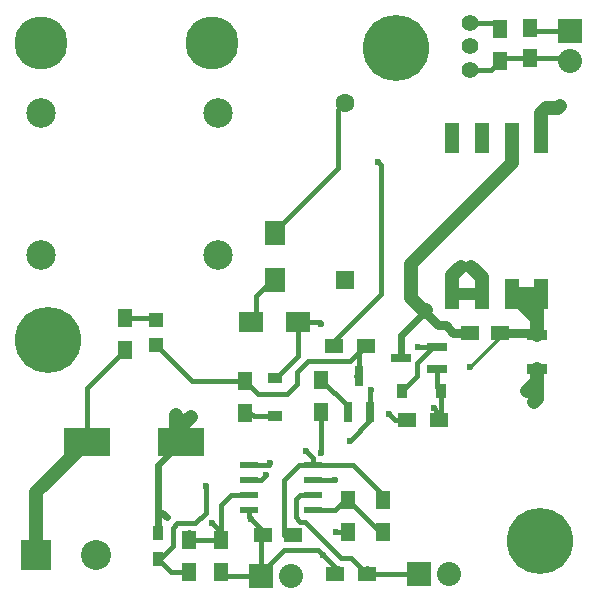
<source format=gtl>
G04 #@! TF.FileFunction,Copper,L1,Top,Signal*
%FSLAX46Y46*%
G04 Gerber Fmt 4.6, Leading zero omitted, Abs format (unit mm)*
G04 Created by KiCad (PCBNEW 0.201603210401+6634~43~ubuntu14.04.1-product) date mån 28 mar 2016 16:54:20*
%MOMM*%
G01*
G04 APERTURE LIST*
%ADD10C,0.050000*%
%ADD11C,2.500000*%
%ADD12R,4.000500X2.400300*%
%ADD13R,1.250000X1.500000*%
%ADD14R,1.500000X1.250000*%
%ADD15R,1.600000X1.600000*%
%ADD16C,1.600000*%
%ADD17R,1.198880X1.198880*%
%ADD18R,1.220000X0.910000*%
%ADD19R,0.910000X1.220000*%
%ADD20R,0.900000X1.200000*%
%ADD21C,1.400000*%
%ADD22R,2.032000X2.032000*%
%ADD23O,2.032000X2.032000*%
%ADD24C,4.500880*%
%ADD25R,0.800100X1.800860*%
%ADD26R,1.800860X0.800100*%
%ADD27R,1.300000X1.500000*%
%ADD28R,1.700000X0.900000*%
%ADD29R,1.500000X1.300000*%
%ADD30R,2.000000X1.700000*%
%ADD31R,1.700000X2.000000*%
%ADD32R,1.270000X2.540000*%
%ADD33R,1.550000X0.600000*%
%ADD34R,2.540000X2.540000*%
%ADD35C,2.540000*%
%ADD36C,5.600000*%
%ADD37C,0.600000*%
%ADD38C,1.200000*%
%ADD39C,0.400000*%
%ADD40C,0.600000*%
%ADD41C,0.250000*%
%ADD42C,0.800000*%
%ADD43C,1.000000*%
G04 APERTURE END LIST*
D10*
D11*
X118244000Y-120808000D03*
X103244000Y-120808000D03*
X103244000Y-108808000D03*
X118244000Y-108808000D03*
D12*
X115125500Y-136652000D03*
X107124500Y-136652000D03*
D13*
X144653000Y-104120000D03*
X144653000Y-101620000D03*
D14*
X122067000Y-144526000D03*
X124567000Y-144526000D03*
D15*
X129032000Y-122936000D03*
D16*
X129032000Y-107936000D03*
D14*
X142093000Y-127381000D03*
X139593000Y-127381000D03*
D17*
X113030000Y-128430020D03*
X113030000Y-126331980D03*
D18*
X123063000Y-131207000D03*
X123063000Y-134477000D03*
D19*
X133874000Y-132334000D03*
X137144000Y-132334000D03*
D20*
X113157000Y-146515000D03*
X113157000Y-144315000D03*
D21*
X139573000Y-105124000D03*
X139573000Y-103124000D03*
X139573000Y-101124000D03*
D22*
X121920000Y-147955000D03*
D23*
X124460000Y-147955000D03*
D22*
X148082000Y-101854000D03*
D23*
X148082000Y-104394000D03*
D22*
X135255000Y-147828000D03*
D23*
X137795000Y-147828000D03*
D24*
X103251000Y-102870000D03*
X117729000Y-102870000D03*
D25*
X129225000Y-134089140D03*
X131125000Y-134089140D03*
X130175000Y-131086860D03*
D26*
X136756140Y-130490000D03*
X136756140Y-128590000D03*
X133753860Y-129540000D03*
D27*
X142113000Y-104347000D03*
X142113000Y-101647000D03*
X115824000Y-147654000D03*
X115824000Y-144954000D03*
X118491000Y-144954000D03*
X118491000Y-147654000D03*
X127000000Y-131365000D03*
X127000000Y-134065000D03*
D28*
X145288000Y-127582000D03*
X145288000Y-130482000D03*
D27*
X132207000Y-141525000D03*
X132207000Y-144225000D03*
X129286000Y-141525000D03*
X129286000Y-144225000D03*
D29*
X130890000Y-147828000D03*
X128190000Y-147828000D03*
D27*
X110363000Y-128858000D03*
X110363000Y-126158000D03*
X120523000Y-134192000D03*
X120523000Y-131492000D03*
D29*
X128063000Y-128524000D03*
X130763000Y-128524000D03*
D30*
X121063000Y-126492000D03*
X125063000Y-126492000D03*
D31*
X123063000Y-122904000D03*
X123063000Y-118904000D03*
D29*
X134286000Y-134747000D03*
X136986000Y-134747000D03*
D32*
X138109000Y-110870000D03*
X140609000Y-110870000D03*
X143109000Y-110870000D03*
X145609000Y-110870000D03*
X145609000Y-124080000D03*
X143109000Y-124080000D03*
X140609000Y-124080000D03*
X138109000Y-124080000D03*
D33*
X120871000Y-138557000D03*
X120871000Y-139827000D03*
X120871000Y-141097000D03*
X120871000Y-142367000D03*
X126271000Y-142367000D03*
X126271000Y-141097000D03*
X126271000Y-139827000D03*
X126271000Y-138557000D03*
D34*
X102870000Y-146177000D03*
D35*
X107950000Y-146177000D03*
D36*
X145542000Y-145034000D03*
X133350000Y-103251000D03*
X103886000Y-128016000D03*
D37*
X145034000Y-133223000D03*
X144399000Y-132334000D03*
X131191000Y-132207000D03*
X129413000Y-136525000D03*
X125730000Y-137414000D03*
X114681000Y-134366000D03*
X115951000Y-134493000D03*
X113919000Y-143002000D03*
X134620000Y-122301000D03*
X135763000Y-125603000D03*
X128270000Y-144272000D03*
X127127000Y-146177000D03*
X132715000Y-134239000D03*
X121031000Y-143129000D03*
X127000000Y-126619000D03*
X139573000Y-130302000D03*
X117729000Y-143510000D03*
X147193000Y-108204000D03*
X146050000Y-108331000D03*
X135194000Y-128590000D03*
X136525000Y-133731000D03*
X117221000Y-140335000D03*
X138811000Y-121793000D03*
X139700000Y-121793000D03*
X122301000Y-139446000D03*
X127000000Y-137541000D03*
X128143000Y-139827000D03*
X131826000Y-112903000D03*
X122682000Y-138430000D03*
D38*
X145288000Y-132969000D02*
X145288000Y-131445000D01*
X145034000Y-133223000D02*
X145288000Y-132969000D01*
X144399000Y-132334000D02*
X145288000Y-131445000D01*
X145288000Y-131445000D02*
X145288000Y-130482000D01*
D39*
X131125000Y-134089140D02*
X131125000Y-132273000D01*
X131125000Y-132273000D02*
X131191000Y-132207000D01*
X131125000Y-134089140D02*
X131125000Y-134813000D01*
X131125000Y-134813000D02*
X129413000Y-136525000D01*
X126271000Y-138557000D02*
X126271000Y-137955000D01*
X126271000Y-137955000D02*
X125730000Y-137414000D01*
X132207000Y-141525000D02*
X132207000Y-141097000D01*
X132207000Y-141097000D02*
X129667000Y-138557000D01*
X129667000Y-138557000D02*
X126271000Y-138557000D01*
X123825000Y-144526000D02*
X123825000Y-139827000D01*
X125095000Y-138557000D02*
X126271000Y-138557000D01*
X123825000Y-139827000D02*
X125095000Y-138557000D01*
D38*
X114681000Y-134366000D02*
X114681000Y-136207500D01*
X114681000Y-136207500D02*
X115125500Y-136652000D01*
X114681000Y-134366000D02*
X114681000Y-134493000D01*
X115125500Y-136652000D02*
X115125500Y-135318500D01*
X115125500Y-135318500D02*
X115951000Y-134493000D01*
D40*
X113919000Y-143002000D02*
X113538000Y-142621000D01*
X113538000Y-142621000D02*
X113157000Y-142621000D01*
X113157000Y-144315000D02*
X113157000Y-142621000D01*
X113157000Y-142621000D02*
X113157000Y-138620500D01*
X113157000Y-138620500D02*
X115125500Y-136652000D01*
D39*
X116459000Y-136652000D02*
X115125500Y-136652000D01*
X144653000Y-104120000D02*
X147808000Y-104120000D01*
X147808000Y-104120000D02*
X148082000Y-104394000D01*
X139573000Y-105124000D02*
X141336000Y-105124000D01*
X141336000Y-105124000D02*
X142340000Y-104120000D01*
X142340000Y-104120000D02*
X144653000Y-104120000D01*
X147808000Y-104120000D02*
X148082000Y-104394000D01*
D41*
X147808000Y-104120000D02*
X148082000Y-104394000D01*
D38*
X134620000Y-121539000D02*
X134620000Y-124460000D01*
X134620000Y-124460000D02*
X135763000Y-125603000D01*
X143109000Y-110870000D02*
X143109000Y-113050000D01*
X134620000Y-121539000D02*
X134620000Y-122301000D01*
X137287000Y-118872000D02*
X134620000Y-121539000D01*
X137287000Y-118872000D02*
X137287000Y-118872000D01*
X143109000Y-113050000D02*
X137287000Y-118872000D01*
D42*
X139593000Y-127381000D02*
X138176000Y-127381000D01*
X138176000Y-127381000D02*
X137541000Y-126746000D01*
X137541000Y-126746000D02*
X136906000Y-126746000D01*
X136906000Y-126746000D02*
X135763000Y-125603000D01*
D43*
X135763000Y-125603000D02*
X135763000Y-125603000D01*
D40*
X133753860Y-129540000D02*
X133753860Y-127612140D01*
X133753860Y-127612140D02*
X135763000Y-125603000D01*
D38*
X135763000Y-125603000D02*
X135890000Y-125476000D01*
D39*
X107124500Y-136652000D02*
X107124500Y-132096500D01*
X107124500Y-132096500D02*
X110363000Y-128858000D01*
X144887000Y-101854000D02*
X144653000Y-101620000D01*
X148082000Y-101854000D02*
X144887000Y-101854000D01*
X129286000Y-144225000D02*
X128317000Y-144225000D01*
X128317000Y-144225000D02*
X128270000Y-144272000D01*
X121920000Y-147955000D02*
X121920000Y-147701000D01*
X121920000Y-147701000D02*
X123825000Y-145796000D01*
X126746000Y-145796000D02*
X127127000Y-146177000D01*
X123825000Y-145796000D02*
X126746000Y-145796000D01*
X127127000Y-146177000D02*
X127381000Y-146431000D01*
X127381000Y-146431000D02*
X128190000Y-147240000D01*
X128190000Y-147240000D02*
X128190000Y-147828000D01*
X128190000Y-147320000D02*
X128397000Y-147320000D01*
X121920000Y-147955000D02*
X121920000Y-147828000D01*
X122067000Y-144526000D02*
X122067000Y-144165000D01*
X122067000Y-144165000D02*
X121031000Y-143129000D01*
X121920000Y-147955000D02*
X121920000Y-144673000D01*
X121920000Y-144673000D02*
X122067000Y-144526000D01*
D38*
X102870000Y-146177000D02*
X102870000Y-140906500D01*
X102870000Y-140906500D02*
X107124500Y-136652000D01*
D39*
X133223000Y-134747000D02*
X134286000Y-134747000D01*
X132715000Y-134239000D02*
X133223000Y-134747000D01*
X120871000Y-142969000D02*
X120871000Y-142367000D01*
X121031000Y-143129000D02*
X120871000Y-142969000D01*
X121920000Y-147955000D02*
X118792000Y-147955000D01*
X118792000Y-147955000D02*
X118491000Y-147654000D01*
D41*
X144887000Y-101854000D02*
X144653000Y-101620000D01*
D39*
X123063000Y-131207000D02*
X123174000Y-131207000D01*
X123174000Y-131207000D02*
X125063000Y-129318000D01*
X125063000Y-129318000D02*
X125063000Y-126492000D01*
X126873000Y-126492000D02*
X125444000Y-126492000D01*
X127000000Y-126619000D02*
X126873000Y-126492000D01*
X123063000Y-118904000D02*
X123063000Y-118745000D01*
X123063000Y-118745000D02*
X128397000Y-113411000D01*
X128397000Y-113411000D02*
X128397000Y-108571000D01*
X128397000Y-108571000D02*
X129032000Y-107936000D01*
X122809000Y-118650000D02*
X122809000Y-118491000D01*
D41*
X139573000Y-130302000D02*
X142093000Y-127782000D01*
X142093000Y-127782000D02*
X142093000Y-127381000D01*
D38*
X144642500Y-125613500D02*
X144642500Y-125046500D01*
X144642500Y-125046500D02*
X145609000Y-124080000D01*
X145288000Y-127582000D02*
X145288000Y-126259000D01*
X145288000Y-126259000D02*
X144642500Y-125613500D01*
X144642500Y-125613500D02*
X143109000Y-124080000D01*
X145288000Y-127582000D02*
X145288000Y-124401000D01*
X145288000Y-124401000D02*
X145609000Y-124080000D01*
X143109000Y-124080000D02*
X145609000Y-124080000D01*
D42*
X142093000Y-127381000D02*
X145087000Y-127381000D01*
X145087000Y-127381000D02*
X145288000Y-127582000D01*
D39*
X118491000Y-144954000D02*
X118491000Y-144272000D01*
X118491000Y-144272000D02*
X117729000Y-143510000D01*
X115824000Y-144954000D02*
X115824000Y-144272000D01*
X118491000Y-144954000D02*
X115824000Y-144954000D01*
X118491000Y-144954000D02*
X118491000Y-141986000D01*
X119380000Y-141097000D02*
X120871000Y-141097000D01*
X118491000Y-141986000D02*
X119380000Y-141097000D01*
X120523000Y-131492000D02*
X116091980Y-131492000D01*
X116091980Y-131492000D02*
X113030000Y-128430020D01*
X130763000Y-128524000D02*
X130683000Y-128524000D01*
X130683000Y-128524000D02*
X129413000Y-129794000D01*
X121619000Y-132588000D02*
X120523000Y-131492000D01*
X124079000Y-132588000D02*
X121619000Y-132588000D01*
X124904500Y-131762500D02*
X124079000Y-132588000D01*
X124904500Y-130746500D02*
X124904500Y-131762500D01*
X125857000Y-129794000D02*
X124904500Y-130746500D01*
X129413000Y-129794000D02*
X125857000Y-129794000D01*
X130175000Y-131086860D02*
X130175000Y-129794000D01*
X130175000Y-129794000D02*
X130175000Y-129112000D01*
X130175000Y-129112000D02*
X130763000Y-128524000D01*
X130175000Y-131086860D02*
X129943860Y-131086860D01*
X110363000Y-126158000D02*
X112856020Y-126158000D01*
X112856020Y-126158000D02*
X113030000Y-126331980D01*
X120523000Y-134192000D02*
X120984000Y-134192000D01*
X120984000Y-134192000D02*
X121269000Y-134477000D01*
X121269000Y-134477000D02*
X123063000Y-134477000D01*
D38*
X146050000Y-108331000D02*
X147066000Y-108331000D01*
X147066000Y-108331000D02*
X147193000Y-108204000D01*
X145609000Y-110870000D02*
X145609000Y-108772000D01*
X145609000Y-108772000D02*
X146050000Y-108331000D01*
D39*
X136756140Y-128590000D02*
X135194000Y-128590000D01*
X136756140Y-128590000D02*
X136459000Y-128590000D01*
X136459000Y-128590000D02*
X135128000Y-129921000D01*
X135128000Y-131080000D02*
X133874000Y-132334000D01*
X135128000Y-129921000D02*
X135128000Y-131080000D01*
X136525000Y-133731000D02*
X136986000Y-134319000D01*
X136986000Y-134319000D02*
X136986000Y-134747000D01*
X137144000Y-132334000D02*
X137144000Y-134589000D01*
X137144000Y-134589000D02*
X136986000Y-134747000D01*
X136756140Y-130490000D02*
X136756140Y-131946140D01*
X136756140Y-131946140D02*
X137144000Y-132334000D01*
X113157000Y-146515000D02*
X113327000Y-146515000D01*
X113327000Y-146515000D02*
X114427000Y-145415000D01*
X117221000Y-142621000D02*
X117221000Y-140335000D01*
X116332000Y-143510000D02*
X117221000Y-142621000D01*
X114808000Y-143510000D02*
X116332000Y-143510000D01*
X114427000Y-143891000D02*
X114808000Y-143510000D01*
X114427000Y-145415000D02*
X114427000Y-143891000D01*
X113157000Y-146515000D02*
X113157000Y-146558000D01*
X113157000Y-146558000D02*
X114253000Y-147654000D01*
X114253000Y-147654000D02*
X115824000Y-147654000D01*
X141590000Y-101124000D02*
X142113000Y-101647000D01*
X139573000Y-101124000D02*
X141590000Y-101124000D01*
D41*
X141590000Y-101124000D02*
X142113000Y-101647000D01*
D39*
X135255000Y-147828000D02*
X130890000Y-147828000D01*
X126271000Y-141097000D02*
X125222000Y-141097000D01*
X129493000Y-146431000D02*
X130890000Y-147828000D01*
X128651000Y-146431000D02*
X129493000Y-146431000D01*
X125603000Y-143383000D02*
X128651000Y-146431000D01*
X125222000Y-143383000D02*
X125603000Y-143383000D01*
X124841000Y-143002000D02*
X125222000Y-143383000D01*
X124841000Y-141478000D02*
X124841000Y-143002000D01*
X125222000Y-141097000D02*
X124841000Y-141478000D01*
X131398000Y-147828000D02*
X130890000Y-147320000D01*
X129225000Y-134089140D02*
X129225000Y-133590000D01*
X129225000Y-133590000D02*
X127000000Y-131365000D01*
D38*
X138109000Y-124080000D02*
X138109000Y-122495000D01*
X138109000Y-122495000D02*
X138811000Y-121793000D01*
X140609000Y-124080000D02*
X140609000Y-122702000D01*
X140609000Y-122702000D02*
X139700000Y-121793000D01*
D43*
X138109000Y-124080000D02*
X140609000Y-124080000D01*
D39*
X121920000Y-139827000D02*
X120871000Y-139827000D01*
X122301000Y-139446000D02*
X121920000Y-139827000D01*
X127000000Y-134065000D02*
X127000000Y-137541000D01*
X128143000Y-139827000D02*
X126271000Y-139827000D01*
X132207000Y-144225000D02*
X131986000Y-144225000D01*
X131986000Y-144225000D02*
X129286000Y-141525000D01*
X129286000Y-141525000D02*
X128985000Y-141525000D01*
X128985000Y-141525000D02*
X128143000Y-142367000D01*
X128143000Y-142367000D02*
X126271000Y-142367000D01*
X129159000Y-141779000D02*
X128905000Y-141525000D01*
X128063000Y-128524000D02*
X128063000Y-128096000D01*
X128063000Y-128096000D02*
X132080000Y-124079000D01*
X132080000Y-113157000D02*
X131826000Y-112903000D01*
X132080000Y-124079000D02*
X132080000Y-113157000D01*
X128063000Y-128524000D02*
X128063000Y-128477000D01*
X123063000Y-122904000D02*
X122841000Y-122904000D01*
X122841000Y-122904000D02*
X121444000Y-124301000D01*
X121444000Y-124301000D02*
X121444000Y-126492000D01*
X121698000Y-125857000D02*
X121698000Y-126270000D01*
X121825000Y-125857000D02*
X121825000Y-125825000D01*
X123063000Y-122904000D02*
X123063000Y-123222000D01*
X122555000Y-138557000D02*
X120871000Y-138557000D01*
X122682000Y-138430000D02*
X122555000Y-138557000D01*
M02*

</source>
